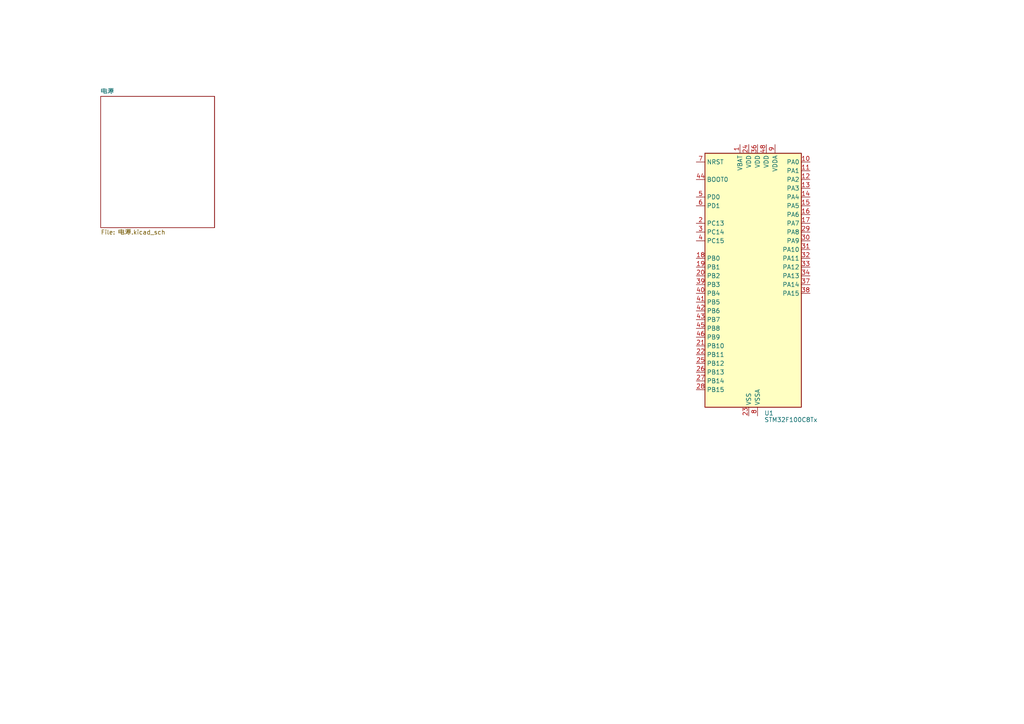
<source format=kicad_sch>
(kicad_sch (version 20230121) (generator eeschema)
  (paper "A4")
  (lib_symbols
    (symbol "MCU_ST_STM32F1:STM32F100C8Tx"
      (property "Reference" "U" (at -12.7 39.37 0))
      (property "Value" "STM32F100C8Tx" (at 10.16 39.37 0))
      (symbol "STM32F100C8Tx_0_1"
        (rectangle (start -12.7 -35.56) (end 15.24 38.1) (stroke (width 0.254)) (fill (type background)))
      )
      (symbol "STM32F100C8Tx_1_1"
        (pin power_in line (at -2.54 40.64 270) (length 2.54) (name "VBAT") (number "1"))
        (pin bidirectional line (at 17.78 35.56 180) (length 2.54) (name "PA0") (number "10"))
        (pin bidirectional line (at 17.78 33.02 180) (length 2.54) (name "PA1") (number "11"))
        (pin bidirectional line (at 17.78 30.48 180) (length 2.54) (name "PA2") (number "12"))
        (pin bidirectional line (at 17.78 27.94 180) (length 2.54) (name "PA3") (number "13"))
        (pin bidirectional line (at 17.78 25.4 180) (length 2.54) (name "PA4") (number "14"))
        (pin bidirectional line (at 17.78 22.86 180) (length 2.54) (name "PA5") (number "15"))
        (pin bidirectional line (at 17.78 20.32 180) (length 2.54) (name "PA6") (number "16"))
        (pin bidirectional line (at 17.78 17.78 180) (length 2.54) (name "PA7") (number "17"))
        (pin bidirectional line (at -15.24 7.62 0) (length 2.54) (name "PB0") (number "18"))
        (pin bidirectional line (at -15.24 5.08 0) (length 2.54) (name "PB1") (number "19"))
        (pin bidirectional line (at -15.24 17.78 0) (length 2.54) (name "PC13") (number "2"))
        (pin bidirectional line (at -15.24 2.54 0) (length 2.54) (name "PB2") (number "20"))
        (pin bidirectional line (at -15.24 -17.78 0) (length 2.54) (name "PB10") (number "21"))
        (pin bidirectional line (at -15.24 -20.32 0) (length 2.54) (name "PB11") (number "22"))
        (pin power_in line (at 0 -38.1 90) (length 2.54) (name "VSS") (number "23"))
        (pin power_in line (at 0 40.64 270) (length 2.54) (name "VDD") (number "24"))
        (pin bidirectional line (at -15.24 -22.86 0) (length 2.54) (name "PB12") (number "25"))
        (pin bidirectional line (at -15.24 -25.4 0) (length 2.54) (name "PB13") (number "26"))
        (pin bidirectional line (at -15.24 -27.94 0) (length 2.54) (name "PB14") (number "27"))
        (pin bidirectional line (at -15.24 -30.48 0) (length 2.54) (name "PB15") (number "28"))
        (pin bidirectional line (at 17.78 15.24 180) (length 2.54) (name "PA8") (number "29"))
        (pin bidirectional line (at -15.24 15.24 0) (length 2.54) (name "PC14") (number "3"))
        (pin bidirectional line (at 17.78 12.7 180) (length 2.54) (name "PA9") (number "30"))
        (pin bidirectional line (at 17.78 10.16 180) (length 2.54) (name "PA10") (number "31"))
        (pin bidirectional line (at 17.78 7.62 180) (length 2.54) (name "PA11") (number "32"))
        (pin bidirectional line (at 17.78 5.08 180) (length 2.54) (name "PA12") (number "33"))
        (pin bidirectional line (at 17.78 2.54 180) (length 2.54) (name "PA13") (number "34"))
        (pin passive line (at 0 -38.1 90) (length 2.54) hide (name "VSS") (number "35"))
        (pin power_in line (at 2.54 40.64 270) (length 2.54) (name "VDD") (number "36"))
        (pin bidirectional line (at 17.78 0 180) (length 2.54) (name "PA14") (number "37"))
        (pin bidirectional line (at 17.78 -2.54 180) (length 2.54) (name "PA15") (number "38"))
        (pin bidirectional line (at -15.24 0 0) (length 2.54) (name "PB3") (number "39"))
        (pin bidirectional line (at -15.24 12.7 0) (length 2.54) (name "PC15") (number "4"))
        (pin bidirectional line (at -15.24 -2.54 0) (length 2.54) (name "PB4") (number "40"))
        (pin bidirectional line (at -15.24 -5.08 0) (length 2.54) (name "PB5") (number "41"))
        (pin bidirectional line (at -15.24 -7.62 0) (length 2.54) (name "PB6") (number "42"))
        (pin bidirectional line (at -15.24 -10.16 0) (length 2.54) (name "PB7") (number "43"))
        (pin input line (at -15.24 30.48 0) (length 2.54) (name "BOOT0") (number "44"))
        (pin bidirectional line (at -15.24 -12.7 0) (length 2.54) (name "PB8") (number "45"))
        (pin bidirectional line (at -15.24 -15.24 0) (length 2.54) (name "PB9") (number "46"))
        (pin passive line (at 0 -38.1 90) (length 2.54) hide (name "VSS") (number "47"))
        (pin power_in line (at 5.08 40.64 270) (length 2.54) (name "VDD") (number "48"))
        (pin bidirectional line (at -15.24 25.4 0) (length 2.54) (name "PD0") (number "5"))
        (pin bidirectional line (at -15.24 22.86 0) (length 2.54) (name "PD1") (number "6"))
        (pin input line (at -15.24 35.56 0) (length 2.54) (name "NRST") (number "7"))
        (pin power_in line (at 2.54 -38.1 90) (length 2.54) (name "VSSA") (number "8"))
        (pin power_in line (at 7.62 40.64 270) (length 2.54) (name "VDDA") (number "9"))
      )
    )
  )
  (symbol (lib_id "MCU_ST_STM32F1:STM32F100C8Tx") (at 217.17 82.55 0) (unit 1)
    (property "Reference" "U1" (at 221.6659 119.8325 0) (effects (justify left)))
    (property "Value" "STM32F100C8Tx" (at 221.6659 121.7535 0) (effects (justify left)))
    (property "Footprint" "Package_QFP:LQFP-48_7x7mm_P0.5mm" (effects hide))
    (property "Datasheet" "https://www.st.com/resource/en/datasheet/stm32f100c8.pdf" (effects hide))
  )
  (sheet (at 29.21 27.94) (size 33.02 38.1) (stroke (width 0.1524))
    (property "Sheetname" "电源" (at 29.21 27.2284 0) (effects (justify left bottom)))
    (property "Sheetfile" "电源.kicad_sch" (at 29.21 66.6246 0) (effects (justify left top)))
  )
)
</source>
